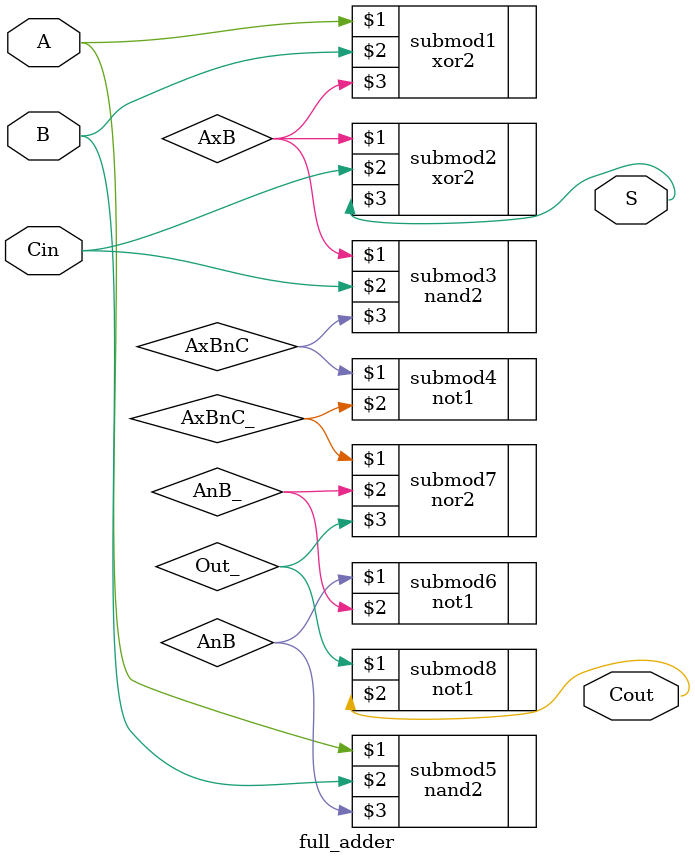
<source format=v>
module full_adder(A, B, Cin, S, Cout);
	input A;
	input B;
	input Cin;
	output S;
	output Cout;
	wire AxB, AxBnC, AxBnC_, AnB, AnB_, Out_;
	
	xor2 submod1(A, B, AxB);
	xor2 submod2(AxB, Cin, S);
	nand2 submod3(AxB, Cin, AxBnC);
	not1 submod4(AxBnC, AxBnC_);
	nand2 submod5(A, B, AnB);
	not1 submod6(AnB, AnB_);
	nor2 submod7(AxBnC_, AnB_, Out_);
	not1 submod8(Out_, Cout);
endmodule
</source>
